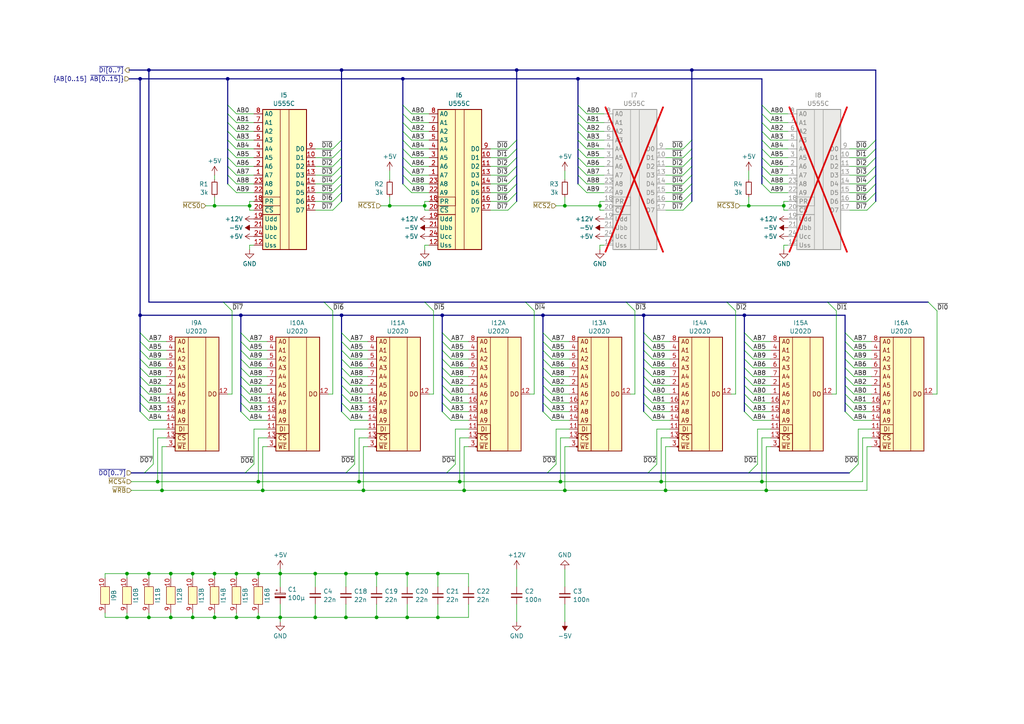
<source format=kicad_sch>
(kicad_sch (version 20250114) (generator "eeschema") (generator_version "9.0")
  (paper "A4")
  (title_block (title "Speicher"))
  (junction (at 149.86 20.32))
  (junction (at 74.93 179.07))
  (junction (at 157.48 91.44))
  (junction (at 105.41 142.24))
  (junction (at 91.44 166.37))
  (junction (at 62.23 166.37))
  (junction (at 72.39 59.69))
  (junction (at 109.22 179.07))
  (junction (at 100.33 166.37))
  (junction (at 40.64 91.44))
  (junction (at 118.11 166.37))
  (junction (at 163.83 59.69))
  (junction (at 109.22 166.37))
  (junction (at 49.53 179.07))
  (junction (at 167.64 22.86))
  (junction (at 49.53 166.37))
  (junction (at 81.28 179.07))
  (junction (at 104.14 139.7))
  (junction (at 127 166.37))
  (junction (at 215.9 91.44))
  (junction (at 55.88 179.07))
  (junction (at 99.06 91.44))
  (junction (at 173.99 59.69))
  (junction (at 43.18 179.07))
  (junction (at 127 179.07))
  (junction (at 91.44 179.07))
  (junction (at 69.85 91.44))
  (junction (at 43.18 20.32))
  (junction (at 220.98 139.7))
  (junction (at 222.25 142.24))
  (junction (at 100.33 179.07))
  (junction (at 36.83 179.07))
  (junction (at 227.33 59.69))
  (junction (at 62.23 179.07))
  (junction (at 68.58 166.37))
  (junction (at 81.28 166.37))
  (junction (at 76.2 142.24))
  (junction (at 128.27 91.44))
  (junction (at 46.99 142.24))
  (junction (at 134.62 142.24))
  (junction (at 133.35 139.7))
  (junction (at 200.66 20.32))
  (junction (at 36.83 166.37))
  (junction (at 116.84 22.86))
  (junction (at 68.58 179.07))
  (junction (at 191.77 139.7))
  (junction (at 217.17 59.69))
  (junction (at 186.69 91.44))
  (junction (at 193.04 142.24))
  (junction (at 62.23 59.69))
  (junction (at 45.72 139.7))
  (junction (at 123.19 59.69))
  (junction (at 40.64 22.86))
  (junction (at 163.83 142.24))
  (junction (at 66.04 22.86))
  (junction (at 162.56 139.7))
  (junction (at 74.93 139.7))
  (junction (at 113.03 59.69))
  (junction (at 99.06 20.32))
  (junction (at 55.88 166.37))
  (junction (at 43.18 166.37))
  (junction (at 118.11 179.07))
  (junction (at 74.93 166.37))
  (bus_entry (at 66.04 35.56) (size 2.54 2.54))
  (bus_entry (at 116.84 30.48) (size 2.54 2.54))
  (bus_entry (at 99.06 101.6) (size 2.54 2.54))
  (bus_entry (at 128.27 111.76) (size 2.54 2.54))
  (bus_entry (at 245.11 106.68) (size 2.54 2.54))
  (bus_entry (at 198.12 60.96) (size 2.54 -2.54))
  (bus_entry (at 167.64 53.34) (size 2.54 2.54))
  (bus_entry (at 220.98 50.8) (size 2.54 2.54))
  (bus_entry (at 96.52 48.26) (size 2.54 -2.54))
  (bus_entry (at 220.98 40.64) (size 2.54 2.54))
  (bus_entry (at 69.85 111.76) (size 2.54 2.54))
  (bus_entry (at 64.77 87.63) (size 2.54 2.54))
  (bus_entry (at 210.82 87.63) (size 2.54 2.54))
  (bus_entry (at 93.98 87.63) (size 2.54 2.54))
  (bus_entry (at 69.85 106.68) (size 2.54 2.54))
  (bus_entry (at 251.46 48.26) (size 2.54 -2.54))
  (bus_entry (at 116.84 35.56) (size 2.54 2.54))
  (bus_entry (at 99.06 119.38) (size 2.54 2.54))
  (bus_entry (at 69.85 116.84) (size 2.54 2.54))
  (bus_entry (at 198.12 53.34) (size 2.54 -2.54))
  (bus_entry (at 269.24 87.63) (size 2.54 2.54))
  (bus_entry (at 167.64 45.72) (size 2.54 2.54))
  (bus_entry (at 240.03 87.63) (size 2.54 2.54))
  (bus_entry (at 167.64 33.02) (size 2.54 2.54))
  (bus_entry (at 167.64 40.64) (size 2.54 2.54))
  (bus_entry (at 100.33 137.16) (size 2.54 -2.54))
  (bus_entry (at 40.64 96.52) (size 2.54 2.54))
  (bus_entry (at 198.12 58.42) (size 2.54 -2.54))
  (bus_entry (at 186.69 99.06) (size 2.54 2.54))
  (bus_entry (at 96.52 45.72) (size 2.54 -2.54))
  (bus_entry (at 215.9 109.22) (size 2.54 2.54))
  (bus_entry (at 152.4 87.63) (size 2.54 2.54))
  (bus_entry (at 99.06 116.84) (size 2.54 2.54))
  (bus_entry (at 245.11 109.22) (size 2.54 2.54))
  (bus_entry (at 157.48 96.52) (size 2.54 2.54))
  (bus_entry (at 215.9 96.52) (size 2.54 2.54))
  (bus_entry (at 147.32 58.42) (size 2.54 -2.54))
  (bus_entry (at 99.06 114.3) (size 2.54 2.54))
  (bus_entry (at 66.04 30.48) (size 2.54 2.54))
  (bus_entry (at 186.69 114.3) (size 2.54 2.54))
  (bus_entry (at 220.98 35.56) (size 2.54 2.54))
  (bus_entry (at 128.27 119.38) (size 2.54 2.54))
  (bus_entry (at 129.54 137.16) (size 2.54 -2.54))
  (bus_entry (at 198.12 48.26) (size 2.54 -2.54))
  (bus_entry (at 157.48 106.68) (size 2.54 2.54))
  (bus_entry (at 198.12 43.18) (size 2.54 -2.54))
  (bus_entry (at 128.27 104.14) (size 2.54 2.54))
  (bus_entry (at 66.04 50.8) (size 2.54 2.54))
  (bus_entry (at 215.9 99.06) (size 2.54 2.54))
  (bus_entry (at 147.32 48.26) (size 2.54 -2.54))
  (bus_entry (at 186.69 109.22) (size 2.54 2.54))
  (bus_entry (at 186.69 106.68) (size 2.54 2.54))
  (bus_entry (at 96.52 55.88) (size 2.54 -2.54))
  (bus_entry (at 147.32 55.88) (size 2.54 -2.54))
  (bus_entry (at 215.9 101.6) (size 2.54 2.54))
  (bus_entry (at 96.52 58.42) (size 2.54 -2.54))
  (bus_entry (at 167.64 48.26) (size 2.54 2.54))
  (bus_entry (at 96.52 53.34) (size 2.54 -2.54))
  (bus_entry (at 157.48 109.22) (size 2.54 2.54))
  (bus_entry (at 167.64 38.1) (size 2.54 2.54))
  (bus_entry (at 147.32 53.34) (size 2.54 -2.54))
  (bus_entry (at 215.9 104.14) (size 2.54 2.54))
  (bus_entry (at 251.46 55.88) (size 2.54 -2.54))
  (bus_entry (at 99.06 96.52) (size 2.54 2.54))
  (bus_entry (at 157.48 114.3) (size 2.54 2.54))
  (bus_entry (at 220.98 45.72) (size 2.54 2.54))
  (bus_entry (at 69.85 99.06) (size 2.54 2.54))
  (bus_entry (at 69.85 104.14) (size 2.54 2.54))
  (bus_entry (at 181.61 87.63) (size 2.54 2.54))
  (bus_entry (at 96.52 60.96) (size 2.54 -2.54))
  (bus_entry (at 215.9 111.76) (size 2.54 2.54))
  (bus_entry (at 251.46 53.34) (size 2.54 -2.54))
  (bus_entry (at 147.32 50.8) (size 2.54 -2.54))
  (bus_entry (at 251.46 58.42) (size 2.54 -2.54))
  (bus_entry (at 220.98 43.18) (size 2.54 2.54))
  (bus_entry (at 99.06 106.68) (size 2.54 2.54))
  (bus_entry (at 198.12 50.8) (size 2.54 -2.54))
  (bus_entry (at 251.46 45.72) (size 2.54 -2.54))
  (bus_entry (at 40.64 99.06) (size 2.54 2.54))
  (bus_entry (at 157.48 116.84) (size 2.54 2.54))
  (bus_entry (at 66.04 33.02) (size 2.54 2.54))
  (bus_entry (at 40.64 116.84) (size 2.54 2.54))
  (bus_entry (at 116.84 45.72) (size 2.54 2.54))
  (bus_entry (at 215.9 114.3) (size 2.54 2.54))
  (bus_entry (at 157.48 111.76) (size 2.54 2.54))
  (bus_entry (at 198.12 45.72) (size 2.54 -2.54))
  (bus_entry (at 220.98 53.34) (size 2.54 2.54))
  (bus_entry (at 157.48 104.14) (size 2.54 2.54))
  (bus_entry (at 128.27 99.06) (size 2.54 2.54))
  (bus_entry (at 251.46 50.8) (size 2.54 -2.54))
  (bus_entry (at 40.64 101.6) (size 2.54 2.54))
  (bus_entry (at 220.98 38.1) (size 2.54 2.54))
  (bus_entry (at 157.48 99.06) (size 2.54 2.54))
  (bus_entry (at 245.11 104.14) (size 2.54 2.54))
  (bus_entry (at 245.11 114.3) (size 2.54 2.54))
  (bus_entry (at 245.11 111.76) (size 2.54 2.54))
  (bus_entry (at 69.85 96.52) (size 2.54 2.54))
  (bus_entry (at 116.84 43.18) (size 2.54 2.54))
  (bus_entry (at 128.27 109.22) (size 2.54 2.54))
  (bus_entry (at 128.27 114.3) (size 2.54 2.54))
  (bus_entry (at 116.84 33.02) (size 2.54 2.54))
  (bus_entry (at 245.11 119.38) (size 2.54 2.54))
  (bus_entry (at 215.9 119.38) (size 2.54 2.54))
  (bus_entry (at 147.32 60.96) (size 2.54 -2.54))
  (bus_entry (at 157.48 101.6) (size 2.54 2.54))
  (bus_entry (at 167.64 50.8) (size 2.54 2.54))
  (bus_entry (at 40.64 111.76) (size 2.54 2.54))
  (bus_entry (at 187.96 137.16) (size 2.54 -2.54))
  (bus_entry (at 215.9 116.84) (size 2.54 2.54))
  (bus_entry (at 40.64 106.68) (size 2.54 2.54))
  (bus_entry (at 217.17 137.16) (size 2.54 -2.54))
  (bus_entry (at 66.04 38.1) (size 2.54 2.54))
  (bus_entry (at 66.04 45.72) (size 2.54 2.54))
  (bus_entry (at 123.19 87.63) (size 2.54 2.54))
  (bus_entry (at 186.69 104.14) (size 2.54 2.54))
  (bus_entry (at 147.32 43.18) (size 2.54 -2.54))
  (bus_entry (at 40.64 119.38) (size 2.54 2.54))
  (bus_entry (at 69.85 101.6) (size 2.54 2.54))
  (bus_entry (at 167.64 30.48) (size 2.54 2.54))
  (bus_entry (at 251.46 43.18) (size 2.54 -2.54))
  (bus_entry (at 40.64 109.22) (size 2.54 2.54))
  (bus_entry (at 99.06 104.14) (size 2.54 2.54))
  (bus_entry (at 251.46 60.96) (size 2.54 -2.54))
  (bus_entry (at 128.27 96.52) (size 2.54 2.54))
  (bus_entry (at 116.84 53.34) (size 2.54 2.54))
  (bus_entry (at 246.38 137.16) (size 2.54 -2.54))
  (bus_entry (at 245.11 101.6) (size 2.54 2.54))
  (bus_entry (at 245.11 116.84) (size 2.54 2.54))
  (bus_entry (at 157.48 119.38) (size 2.54 2.54))
  (bus_entry (at 116.84 50.8) (size 2.54 2.54))
  (bus_entry (at 96.52 50.8) (size 2.54 -2.54))
  (bus_entry (at 186.69 116.84) (size 2.54 2.54))
  (bus_entry (at 167.64 35.56) (size 2.54 2.54))
  (bus_entry (at 186.69 96.52) (size 2.54 2.54))
  (bus_entry (at 186.69 101.6) (size 2.54 2.54))
  (bus_entry (at 220.98 30.48) (size 2.54 2.54))
  (bus_entry (at 69.85 119.38) (size 2.54 2.54))
  (bus_entry (at 116.84 38.1) (size 2.54 2.54))
  (bus_entry (at 220.98 48.26) (size 2.54 2.54))
  (bus_entry (at 69.85 109.22) (size 2.54 2.54))
  (bus_entry (at 69.85 114.3) (size 2.54 2.54))
  (bus_entry (at 99.06 111.76) (size 2.54 2.54))
  (bus_entry (at 186.69 119.38) (size 2.54 2.54))
  (bus_entry (at 40.64 104.14) (size 2.54 2.54))
  (bus_entry (at 198.12 55.88) (size 2.54 -2.54))
  (bus_entry (at 220.98 33.02) (size 2.54 2.54))
  (bus_entry (at 128.27 106.68) (size 2.54 2.54))
  (bus_entry (at 245.11 99.06) (size 2.54 2.54))
  (bus_entry (at 66.04 43.18) (size 2.54 2.54))
  (bus_entry (at 167.64 43.18) (size 2.54 2.54))
  (bus_entry (at 116.84 48.26) (size 2.54 2.54))
  (bus_entry (at 128.27 101.6) (size 2.54 2.54))
  (bus_entry (at 66.04 48.26) (size 2.54 2.54))
  (bus_entry (at 41.91 137.16) (size 2.54 -2.54))
  (bus_entry (at 158.75 137.16) (size 2.54 -2.54))
  (bus_entry (at 116.84 40.64) (size 2.54 2.54))
  (bus_entry (at 96.52 43.18) (size 2.54 -2.54))
  (bus_entry (at 186.69 111.76) (size 2.54 2.54))
  (bus_entry (at 99.06 99.06) (size 2.54 2.54))
  (bus_entry (at 147.32 45.72) (size 2.54 -2.54))
  (bus_entry (at 99.06 109.22) (size 2.54 2.54))
  (bus_entry (at 128.27 116.84) (size 2.54 2.54))
  (bus_entry (at 66.04 40.64) (size 2.54 2.54))
  (bus_entry (at 215.9 106.68) (size 2.54 2.54))
  (bus_entry (at 71.12 137.16) (size 2.54 -2.54))
  (bus_entry (at 245.11 96.52) (size 2.54 2.54))
  (bus_entry (at 66.04 53.34) (size 2.54 2.54))
  (bus_entry (at 40.64 114.3) (size 2.54 2.54))
  (bus (pts (xy 215.9 111.76) (xy 215.9 109.22)))
  (bus (pts (xy 186.69 106.68) (xy 186.69 104.14)))
  (bus (pts (xy 215.9 99.06) (xy 215.9 96.52)))
  (wire (pts (xy 46.99 129.54) (xy 46.99 142.24)))
  (wire (pts (xy 124.46 60.96) (xy 123.19 60.96)))
  (wire (pts (xy 246.38 53.34) (xy 251.46 53.34)))
  (bus (pts (xy 240.03 87.63) (xy 269.24 87.63)))
  (wire (pts (xy 43.18 101.6) (xy 48.26 101.6)))
  (bus (pts (xy 116.84 50.8) (xy 116.84 53.34)))
  (wire (pts (xy 101.6 99.06) (xy 106.68 99.06)))
  (bus (pts (xy 167.64 48.26) (xy 167.64 50.8)))
  (bus (pts (xy 128.27 116.84) (xy 128.27 114.3)))
  (wire (pts (xy 247.65 99.06) (xy 252.73 99.06)))
  (wire (pts (xy 43.18 106.68) (xy 48.26 106.68)))
  (bus (pts (xy 157.48 96.52) (xy 157.48 91.44)))
  (wire (pts (xy 163.83 129.54) (xy 165.1 129.54)))
  (bus (pts (xy 99.06 101.6) (xy 99.06 99.06)))
  (bus (pts (xy 40.64 99.06) (xy 40.64 101.6)))
  (wire (pts (xy 101.6 109.22) (xy 106.68 109.22)))
  (wire (pts (xy 68.58 45.72) (xy 73.66 45.72)))
  (bus (pts (xy 245.11 96.52) (xy 245.11 91.44)))
  (wire (pts (xy 74.93 139.7) (xy 104.14 139.7)))
  (wire (pts (xy 160.02 121.92) (xy 165.1 121.92)))
  (bus (pts (xy 128.27 106.68) (xy 128.27 104.14)))
  (wire (pts (xy 113.03 57.15) (xy 113.03 59.69)))
  (wire (pts (xy 43.18 166.37) (xy 49.53 166.37)))
  (wire (pts (xy 55.88 177.8) (xy 55.88 179.07)))
  (bus (pts (xy 254 50.8) (xy 254 53.34)))
  (wire (pts (xy 91.44 48.26) (xy 96.52 48.26)))
  (wire (pts (xy 160.02 101.6) (xy 165.1 101.6)))
  (wire (pts (xy 68.58 43.18) (xy 73.66 43.18)))
  (wire (pts (xy 163.83 49.53) (xy 163.83 52.07)))
  (wire (pts (xy 119.38 48.26) (xy 124.46 48.26)))
  (bus (pts (xy 215.9 106.68) (xy 215.9 104.14)))
  (wire (pts (xy 105.41 129.54) (xy 106.68 129.54)))
  (wire (pts (xy 68.58 179.07) (xy 74.93 179.07)))
  (wire (pts (xy 184.15 114.3) (xy 182.88 114.3)))
  (wire (pts (xy 74.93 139.7) (xy 74.93 127)))
  (bus (pts (xy 128.27 114.3) (xy 128.27 111.76)))
  (wire (pts (xy 100.33 166.37) (xy 100.33 170.18)))
  (bus (pts (xy 157.48 114.3) (xy 157.48 111.76)))
  (bus (pts (xy 40.64 106.68) (xy 40.64 109.22)))
  (bus (pts (xy 128.27 119.38) (xy 128.27 116.84)))
  (bus (pts (xy 186.69 111.76) (xy 186.69 109.22)))
  (wire (pts (xy 43.18 111.76) (xy 48.26 111.76)))
  (wire (pts (xy 218.44 99.06) (xy 223.52 99.06)))
  (bus (pts (xy 215.9 104.14) (xy 215.9 101.6)))
  (wire (pts (xy 191.77 139.7) (xy 220.98 139.7)))
  (wire (pts (xy 170.18 55.88) (xy 175.26 55.88)))
  (wire (pts (xy 173.99 71.12) (xy 175.26 71.12)))
  (wire (pts (xy 189.23 116.84) (xy 194.31 116.84)))
  (wire (pts (xy 55.88 166.37) (xy 55.88 167.64)))
  (wire (pts (xy 242.57 90.17) (xy 242.57 114.3)))
  (wire (pts (xy 133.35 139.7) (xy 133.35 127)))
  (bus (pts (xy 200.66 43.18) (xy 200.66 45.72)))
  (bus (pts (xy 215.9 101.6) (xy 215.9 99.06)))
  (bus (pts (xy 99.06 119.38) (xy 99.06 116.84)))
  (bus (pts (xy 167.64 30.48) (xy 167.64 33.02)))
  (wire (pts (xy 160.02 116.84) (xy 165.1 116.84)))
  (wire (pts (xy 218.44 121.92) (xy 223.52 121.92)))
  (wire (pts (xy 193.04 50.8) (xy 198.12 50.8)))
  (wire (pts (xy 104.14 139.7) (xy 104.14 127)))
  (wire (pts (xy 142.24 43.18) (xy 147.32 43.18)))
  (wire (pts (xy 250.19 139.7) (xy 250.19 127)))
  (bus (pts (xy 149.86 55.88) (xy 149.86 58.42)))
  (wire (pts (xy 109.22 179.07) (xy 118.11 179.07)))
  (wire (pts (xy 127 166.37) (xy 118.11 166.37)))
  (wire (pts (xy 43.18 99.06) (xy 48.26 99.06)))
  (bus (pts (xy 69.85 104.14) (xy 69.85 101.6)))
  (bus (pts (xy 167.64 45.72) (xy 167.64 48.26)))
  (wire (pts (xy 134.62 129.54) (xy 134.62 142.24)))
  (wire (pts (xy 101.6 114.3) (xy 106.68 114.3)))
  (wire (pts (xy 162.56 139.7) (xy 162.56 127)))
  (wire (pts (xy 160.02 99.06) (xy 165.1 99.06)))
  (wire (pts (xy 106.68 124.46) (xy 102.87 124.46)))
  (wire (pts (xy 222.25 129.54) (xy 222.25 142.24)))
  (wire (pts (xy 220.98 127) (xy 223.52 127)))
  (bus (pts (xy 254 43.18) (xy 254 45.72)))
  (wire (pts (xy 160.02 111.76) (xy 165.1 111.76)))
  (wire (pts (xy 68.58 33.02) (xy 73.66 33.02)))
  (wire (pts (xy 162.56 139.7) (xy 191.77 139.7)))
  (wire (pts (xy 227.33 71.12) (xy 228.6 71.12)))
  (wire (pts (xy 62.23 177.8) (xy 62.23 179.07)))
  (bus (pts (xy 167.64 35.56) (xy 167.64 38.1)))
  (bus (pts (xy 69.85 106.68) (xy 69.85 104.14)))
  (wire (pts (xy 100.33 166.37) (xy 91.44 166.37)))
  (wire (pts (xy 170.18 40.64) (xy 175.26 40.64)))
  (bus (pts (xy 149.86 20.32) (xy 200.66 20.32)))
  (wire (pts (xy 149.86 175.26) (xy 149.86 180.34)))
  (wire (pts (xy 222.25 129.54) (xy 223.52 129.54)))
  (wire (pts (xy 227.33 60.96) (xy 227.33 59.69)))
  (bus (pts (xy 220.98 45.72) (xy 220.98 48.26)))
  (wire (pts (xy 246.38 60.96) (xy 251.46 60.96)))
  (wire (pts (xy 189.23 106.68) (xy 194.31 106.68)))
  (bus (pts (xy 220.98 38.1) (xy 220.98 40.64)))
  (wire (pts (xy 163.83 129.54) (xy 163.83 142.24)))
  (wire (pts (xy 62.23 59.69) (xy 72.39 59.69)))
  (wire (pts (xy 247.65 101.6) (xy 252.73 101.6)))
  (bus (pts (xy 157.48 106.68) (xy 157.48 104.14)))
  (wire (pts (xy 163.83 175.26) (xy 163.83 180.34)))
  (bus (pts (xy 187.96 137.16) (xy 217.17 137.16)))
  (bus (pts (xy 69.85 101.6) (xy 69.85 99.06)))
  (wire (pts (xy 76.2 129.54) (xy 76.2 142.24)))
  (bus (pts (xy 69.85 119.38) (xy 69.85 116.84)))
  (wire (pts (xy 91.44 175.26) (xy 91.44 179.07)))
  (wire (pts (xy 246.38 48.26) (xy 251.46 48.26)))
  (wire (pts (xy 91.44 53.34) (xy 96.52 53.34)))
  (wire (pts (xy 91.44 179.07) (xy 100.33 179.07)))
  (wire (pts (xy 247.65 104.14) (xy 252.73 104.14)))
  (wire (pts (xy 251.46 129.54) (xy 252.73 129.54)))
  (bus (pts (xy 40.64 96.52) (xy 40.64 99.06)))
  (wire (pts (xy 223.52 55.88) (xy 228.6 55.88)))
  (bus (pts (xy 200.66 53.34) (xy 200.66 55.88)))
  (wire (pts (xy 130.81 119.38) (xy 135.89 119.38)))
  (wire (pts (xy 45.72 127) (xy 45.72 139.7)))
  (wire (pts (xy 227.33 59.69) (xy 227.33 58.42)))
  (wire (pts (xy 119.38 38.1) (xy 124.46 38.1)))
  (wire (pts (xy 218.44 106.68) (xy 223.52 106.68)))
  (wire (pts (xy 46.99 142.24) (xy 76.2 142.24)))
  (wire (pts (xy 132.08 124.46) (xy 132.08 134.62)))
  (wire (pts (xy 173.99 59.69) (xy 163.83 59.69)))
  (wire (pts (xy 271.78 90.17) (xy 271.78 114.3)))
  (bus (pts (xy 99.06 20.32) (xy 149.86 20.32)))
  (wire (pts (xy 250.19 127) (xy 252.73 127)))
  (bus (pts (xy 93.98 87.63) (xy 123.19 87.63)))
  (bus (pts (xy 220.98 40.64) (xy 220.98 43.18)))
  (wire (pts (xy 194.31 124.46) (xy 190.5 124.46)))
  (wire (pts (xy 77.47 124.46) (xy 73.66 124.46)))
  (wire (pts (xy 113.03 49.53) (xy 113.03 52.07)))
  (wire (pts (xy 173.99 59.69) (xy 173.99 58.42)))
  (wire (pts (xy 74.93 179.07) (xy 81.28 179.07)))
  (bus (pts (xy 128.27 96.52) (xy 128.27 91.44)))
  (bus (pts (xy 128.27 104.14) (xy 128.27 101.6)))
  (wire (pts (xy 220.98 139.7) (xy 220.98 127)))
  (wire (pts (xy 130.81 99.06) (xy 135.89 99.06)))
  (bus (pts (xy 245.11 119.38) (xy 245.11 116.84)))
  (bus (pts (xy 167.64 22.86) (xy 167.64 30.48)))
  (wire (pts (xy 218.44 104.14) (xy 223.52 104.14)))
  (bus (pts (xy 116.84 33.02) (xy 116.84 35.56)))
  (wire (pts (xy 49.53 179.07) (xy 55.88 179.07)))
  (bus (pts (xy 215.9 116.84) (xy 215.9 114.3)))
  (bus (pts (xy 66.04 40.64) (xy 66.04 43.18)))
  (wire (pts (xy 36.83 177.8) (xy 36.83 179.07)))
  (bus (pts (xy 99.06 53.34) (xy 99.06 55.88)))
  (wire (pts (xy 74.93 166.37) (xy 74.93 167.64)))
  (bus (pts (xy 40.64 91.44) (xy 40.64 96.52)))
  (wire (pts (xy 38.1 142.24) (xy 46.99 142.24)))
  (wire (pts (xy 101.6 106.68) (xy 106.68 106.68)))
  (wire (pts (xy 193.04 53.34) (xy 198.12 53.34)))
  (wire (pts (xy 68.58 35.56) (xy 73.66 35.56)))
  (bus (pts (xy 200.66 55.88) (xy 200.66 58.42)))
  (wire (pts (xy 72.39 119.38) (xy 77.47 119.38)))
  (bus (pts (xy 167.64 50.8) (xy 167.64 53.34)))
  (wire (pts (xy 191.77 139.7) (xy 191.77 127)))
  (wire (pts (xy 160.02 104.14) (xy 165.1 104.14)))
  (wire (pts (xy 246.38 45.72) (xy 251.46 45.72)))
  (wire (pts (xy 133.35 139.7) (xy 162.56 139.7)))
  (bus (pts (xy 245.11 114.3) (xy 245.11 111.76)))
  (wire (pts (xy 160.02 109.22) (xy 165.1 109.22)))
  (bus (pts (xy 69.85 99.06) (xy 69.85 96.52)))
  (wire (pts (xy 142.24 55.88) (xy 147.32 55.88)))
  (wire (pts (xy 189.23 121.92) (xy 194.31 121.92)))
  (bus (pts (xy 200.66 45.72) (xy 200.66 48.26)))
  (wire (pts (xy 251.46 142.24) (xy 251.46 129.54)))
  (wire (pts (xy 110.49 59.69) (xy 113.03 59.69)))
  (bus (pts (xy 149.86 40.64) (xy 149.86 43.18)))
  (wire (pts (xy 193.04 43.18) (xy 198.12 43.18)))
  (wire (pts (xy 119.38 55.88) (xy 124.46 55.88)))
  (bus (pts (xy 99.06 55.88) (xy 99.06 58.42)))
  (wire (pts (xy 223.52 124.46) (xy 219.71 124.46)))
  (wire (pts (xy 190.5 124.46) (xy 190.5 134.62)))
  (wire (pts (xy 163.83 142.24) (xy 193.04 142.24)))
  (wire (pts (xy 72.39 72.39) (xy 72.39 71.12)))
  (wire (pts (xy 49.53 166.37) (xy 55.88 166.37)))
  (wire (pts (xy 213.36 90.17) (xy 213.36 114.3)))
  (bus (pts (xy 217.17 137.16) (xy 246.38 137.16)))
  (wire (pts (xy 173.99 72.39) (xy 173.99 71.12)))
  (wire (pts (xy 247.65 116.84) (xy 252.73 116.84)))
  (bus (pts (xy 186.69 101.6) (xy 186.69 99.06)))
  (bus (pts (xy 116.84 48.26) (xy 116.84 50.8)))
  (wire (pts (xy 72.39 116.84) (xy 77.47 116.84)))
  (bus (pts (xy 40.64 109.22) (xy 40.64 111.76)))
  (bus (pts (xy 99.06 106.68) (xy 99.06 104.14)))
  (bus (pts (xy 254 40.64) (xy 254 43.18)))
  (wire (pts (xy 170.18 50.8) (xy 175.26 50.8)))
  (bus (pts (xy 157.48 91.44) (xy 186.69 91.44)))
  (wire (pts (xy 149.86 165.1) (xy 149.86 170.18)))
  (wire (pts (xy 91.44 166.37) (xy 81.28 166.37)))
  (wire (pts (xy 72.39 99.06) (xy 77.47 99.06)))
  (wire (pts (xy 213.36 114.3) (xy 212.09 114.3)))
  (bus (pts (xy 245.11 109.22) (xy 245.11 106.68)))
  (bus (pts (xy 149.86 48.26) (xy 149.86 50.8)))
  (wire (pts (xy 91.44 45.72) (xy 96.52 45.72)))
  (wire (pts (xy 123.19 58.42) (xy 124.46 58.42)))
  (wire (pts (xy 67.31 114.3) (xy 66.04 114.3)))
  (wire (pts (xy 130.81 106.68) (xy 135.89 106.68)))
  (wire (pts (xy 81.28 166.37) (xy 81.28 170.18)))
  (wire (pts (xy 142.24 60.96) (xy 147.32 60.96)))
  (wire (pts (xy 247.65 106.68) (xy 252.73 106.68)))
  (wire (pts (xy 227.33 72.39) (xy 227.33 71.12)))
  (wire (pts (xy 91.44 43.18) (xy 96.52 43.18)))
  (wire (pts (xy 160.02 114.3) (xy 165.1 114.3)))
  (bus (pts (xy 149.86 43.18) (xy 149.86 45.72)))
  (wire (pts (xy 68.58 38.1) (xy 73.66 38.1)))
  (bus (pts (xy 129.54 137.16) (xy 158.75 137.16)))
  (wire (pts (xy 55.88 179.07) (xy 62.23 179.07)))
  (bus (pts (xy 215.9 109.22) (xy 215.9 106.68)))
  (wire (pts (xy 135.89 170.18) (xy 135.89 166.37)))
  (wire (pts (xy 135.89 179.07) (xy 135.89 175.26)))
  (wire (pts (xy 193.04 142.24) (xy 222.25 142.24)))
  (wire (pts (xy 246.38 43.18) (xy 251.46 43.18)))
  (wire (pts (xy 43.18 119.38) (xy 48.26 119.38)))
  (wire (pts (xy 219.71 124.46) (xy 219.71 134.62)))
  (bus (pts (xy 186.69 96.52) (xy 186.69 91.44)))
  (wire (pts (xy 104.14 127) (xy 106.68 127)))
  (bus (pts (xy 116.84 40.64) (xy 116.84 43.18)))
  (bus (pts (xy 116.84 35.56) (xy 116.84 38.1)))
  (wire (pts (xy 30.48 177.8) (xy 30.48 179.07)))
  (bus (pts (xy 186.69 104.14) (xy 186.69 101.6)))
  (wire (pts (xy 189.23 101.6) (xy 194.31 101.6)))
  (wire (pts (xy 223.52 50.8) (xy 228.6 50.8)))
  (bus (pts (xy 116.84 45.72) (xy 116.84 48.26)))
  (wire (pts (xy 160.02 106.68) (xy 165.1 106.68)))
  (bus (pts (xy 99.06 104.14) (xy 99.06 101.6)))
  (wire (pts (xy 247.65 121.92) (xy 252.73 121.92)))
  (wire (pts (xy 222.25 142.24) (xy 251.46 142.24)))
  (bus (pts (xy 186.69 116.84) (xy 186.69 114.3)))
  (bus (pts (xy 254 48.26) (xy 254 50.8)))
  (bus (pts (xy 128.27 111.76) (xy 128.27 109.22)))
  (wire (pts (xy 91.44 58.42) (xy 96.52 58.42)))
  (wire (pts (xy 72.39 111.76) (xy 77.47 111.76)))
  (wire (pts (xy 43.18 179.07) (xy 49.53 179.07)))
  (wire (pts (xy 101.6 119.38) (xy 106.68 119.38)))
  (wire (pts (xy 102.87 124.46) (xy 102.87 134.62)))
  (wire (pts (xy 170.18 35.56) (xy 175.26 35.56)))
  (wire (pts (xy 142.24 45.72) (xy 147.32 45.72)))
  (wire (pts (xy 72.39 59.69) (xy 72.39 58.42)))
  (wire (pts (xy 130.81 104.14) (xy 135.89 104.14)))
  (wire (pts (xy 227.33 59.69) (xy 217.17 59.69)))
  (bus (pts (xy 215.9 96.52) (xy 215.9 91.44)))
  (wire (pts (xy 72.39 60.96) (xy 72.39 59.69)))
  (wire (pts (xy 68.58 55.88) (xy 73.66 55.88)))
  (wire (pts (xy 113.03 59.69) (xy 123.19 59.69)))
  (bus (pts (xy 158.75 137.16) (xy 187.96 137.16)))
  (wire (pts (xy 193.04 129.54) (xy 193.04 142.24)))
  (bus (pts (xy 215.9 114.3) (xy 215.9 111.76)))
  (wire (pts (xy 101.6 121.92) (xy 106.68 121.92)))
  (bus (pts (xy 69.85 96.52) (xy 69.85 91.44)))
  (wire (pts (xy 74.93 177.8) (xy 74.93 179.07)))
  (wire (pts (xy 223.52 45.72) (xy 228.6 45.72)))
  (wire (pts (xy 72.39 58.42) (xy 73.66 58.42)))
  (wire (pts (xy 217.17 57.15) (xy 217.17 59.69)))
  (bus (pts (xy 40.64 22.86) (xy 66.04 22.86)))
  (bus (pts (xy 37.465 22.86) (xy 40.64 22.86)))
  (wire (pts (xy 189.23 104.14) (xy 194.31 104.14)))
  (bus (pts (xy 210.82 87.63) (xy 240.03 87.63)))
  (wire (pts (xy 68.58 53.34) (xy 73.66 53.34)))
  (wire (pts (xy 118.11 175.26) (xy 118.11 179.07)))
  (bus (pts (xy 99.06 96.52) (xy 99.06 91.44)))
  (wire (pts (xy 161.29 124.46) (xy 161.29 134.62)))
  (wire (pts (xy 59.69 59.69) (xy 62.23 59.69)))
  (wire (pts (xy 218.44 111.76) (xy 223.52 111.76)))
  (wire (pts (xy 72.39 114.3) (xy 77.47 114.3)))
  (wire (pts (xy 191.77 127) (xy 194.31 127)))
  (bus (pts (xy 69.85 111.76) (xy 69.85 109.22)))
  (wire (pts (xy 127 166.37) (xy 127 170.18)))
  (wire (pts (xy 119.38 35.56) (xy 124.46 35.56)))
  (bus (pts (xy 116.84 43.18) (xy 116.84 45.72)))
  (wire (pts (xy 165.1 124.46) (xy 161.29 124.46)))
  (wire (pts (xy 91.44 50.8) (xy 96.52 50.8)))
  (wire (pts (xy 123.19 72.39) (xy 123.19 71.12)))
  (wire (pts (xy 161.29 59.69) (xy 163.83 59.69)))
  (wire (pts (xy 223.52 43.18) (xy 228.6 43.18)))
  (wire (pts (xy 72.39 121.92) (xy 77.47 121.92)))
  (wire (pts (xy 223.52 48.26) (xy 228.6 48.26)))
  (bus (pts (xy 69.85 114.3) (xy 69.85 111.76)))
  (wire (pts (xy 130.81 116.84) (xy 135.89 116.84)))
  (wire (pts (xy 30.48 179.07) (xy 36.83 179.07)))
  (bus (pts (xy 200.66 40.64) (xy 200.66 43.18)))
  (bus (pts (xy 66.04 45.72) (xy 66.04 48.26)))
  (bus (pts (xy 123.19 87.63) (xy 152.4 87.63)))
  (bus (pts (xy 186.69 99.06) (xy 186.69 96.52)))
  (bus (pts (xy 157.48 99.06) (xy 157.48 96.52)))
  (wire (pts (xy 68.58 177.8) (xy 68.58 179.07)))
  (wire (pts (xy 101.6 101.6) (xy 106.68 101.6)))
  (bus (pts (xy 71.12 137.16) (xy 100.33 137.16)))
  (wire (pts (xy 119.38 53.34) (xy 124.46 53.34)))
  (bus (pts (xy 69.85 91.44) (xy 99.06 91.44)))
  (bus (pts (xy 99.06 114.3) (xy 99.06 111.76)))
  (wire (pts (xy 193.04 55.88) (xy 198.12 55.88)))
  (wire (pts (xy 214.63 59.69) (xy 217.17 59.69)))
  (bus (pts (xy 99.06 20.32) (xy 99.06 40.64)))
  (wire (pts (xy 189.23 114.3) (xy 194.31 114.3)))
  (bus (pts (xy 149.86 53.34) (xy 149.86 55.88)))
  (bus (pts (xy 116.84 22.86) (xy 116.84 30.48)))
  (wire (pts (xy 193.04 45.72) (xy 198.12 45.72)))
  (bus (pts (xy 43.18 87.63) (xy 64.77 87.63)))
  (wire (pts (xy 118.11 166.37) (xy 109.22 166.37)))
  (wire (pts (xy 44.45 124.46) (xy 44.45 134.62)))
  (bus (pts (xy 40.64 114.3) (xy 40.64 116.84)))
  (wire (pts (xy 247.65 114.3) (xy 252.73 114.3)))
  (bus (pts (xy 245.11 101.6) (xy 245.11 99.06)))
  (wire (pts (xy 223.52 53.34) (xy 228.6 53.34)))
  (wire (pts (xy 43.18 116.84) (xy 48.26 116.84)))
  (wire (pts (xy 193.04 129.54) (xy 194.31 129.54)))
  (wire (pts (xy 247.65 111.76) (xy 252.73 111.76)))
  (wire (pts (xy 81.28 175.26) (xy 81.28 179.07)))
  (wire (pts (xy 119.38 50.8) (xy 124.46 50.8)))
  (wire (pts (xy 62.23 179.07) (xy 68.58 179.07)))
  (wire (pts (xy 48.26 127) (xy 45.72 127)))
  (wire (pts (xy 62.23 50.8) (xy 62.23 52.07)))
  (wire (pts (xy 142.24 50.8) (xy 147.32 50.8)))
  (wire (pts (xy 163.83 57.15) (xy 163.83 59.69)))
  (bus (pts (xy 254 55.88) (xy 254 58.42)))
  (wire (pts (xy 43.18 121.92) (xy 48.26 121.92)))
  (bus (pts (xy 167.64 40.64) (xy 167.64 43.18)))
  (wire (pts (xy 91.44 166.37) (xy 91.44 170.18)))
  (bus (pts (xy 215.9 119.38) (xy 215.9 116.84)))
  (wire (pts (xy 43.18 104.14) (xy 48.26 104.14)))
  (bus (pts (xy 99.06 50.8) (xy 99.06 53.34)))
  (bus (pts (xy 186.69 91.44) (xy 215.9 91.44)))
  (bus (pts (xy 220.98 43.18) (xy 220.98 45.72)))
  (wire (pts (xy 68.58 50.8) (xy 73.66 50.8)))
  (wire (pts (xy 62.23 166.37) (xy 68.58 166.37)))
  (bus (pts (xy 99.06 91.44) (xy 128.27 91.44)))
  (wire (pts (xy 135.89 124.46) (xy 132.08 124.46)))
  (wire (pts (xy 223.52 33.02) (xy 228.6 33.02)))
  (wire (pts (xy 246.38 58.42) (xy 251.46 58.42)))
  (wire (pts (xy 142.24 48.26) (xy 147.32 48.26)))
  (wire (pts (xy 223.52 40.64) (xy 228.6 40.64)))
  (wire (pts (xy 170.18 53.34) (xy 175.26 53.34)))
  (wire (pts (xy 154.94 90.17) (xy 154.94 114.3)))
  (bus (pts (xy 245.11 104.14) (xy 245.11 101.6)))
  (wire (pts (xy 130.81 109.22) (xy 135.89 109.22)))
  (wire (pts (xy 189.23 111.76) (xy 194.31 111.76)))
  (bus (pts (xy 66.04 38.1) (xy 66.04 40.64)))
  (wire (pts (xy 45.72 139.7) (xy 74.93 139.7)))
  (wire (pts (xy 68.58 40.64) (xy 73.66 40.64)))
  (bus (pts (xy 167.64 38.1) (xy 167.64 40.64)))
  (bus (pts (xy 66.04 22.86) (xy 66.04 30.48)))
  (wire (pts (xy 104.14 139.7) (xy 133.35 139.7)))
  (wire (pts (xy 81.28 179.07) (xy 81.28 180.34)))
  (bus (pts (xy 38.1 137.16) (xy 41.91 137.16)))
  (bus (pts (xy 41.91 137.16) (xy 71.12 137.16)))
  (wire (pts (xy 119.38 43.18) (xy 124.46 43.18)))
  (wire (pts (xy 74.93 166.37) (xy 81.28 166.37)))
  (wire (pts (xy 36.83 166.37) (xy 36.83 167.64)))
  (wire (pts (xy 127 175.26) (xy 127 179.07)))
  (wire (pts (xy 73.66 124.46) (xy 73.66 134.62)))
  (wire (pts (xy 189.23 99.06) (xy 194.31 99.06)))
  (wire (pts (xy 68.58 166.37) (xy 74.93 166.37)))
  (bus (pts (xy 245.11 99.06) (xy 245.11 96.52)))
  (wire (pts (xy 189.23 119.38) (xy 194.31 119.38)))
  (wire (pts (xy 247.65 109.22) (xy 252.73 109.22)))
  (bus (pts (xy 40.64 116.84) (xy 40.64 119.38)))
  (wire (pts (xy 142.24 53.34) (xy 147.32 53.34)))
  (wire (pts (xy 175.26 60.96) (xy 173.99 60.96)))
  (wire (pts (xy 123.19 60.96) (xy 123.19 59.69)))
  (wire (pts (xy 101.6 116.84) (xy 106.68 116.84)))
  (bus (pts (xy 245.11 111.76) (xy 245.11 109.22)))
  (wire (pts (xy 96.52 90.17) (xy 96.52 114.3)))
  (wire (pts (xy 227.33 58.42) (xy 228.6 58.42)))
  (wire (pts (xy 160.02 119.38) (xy 165.1 119.38)))
  (bus (pts (xy 100.33 137.16) (xy 129.54 137.16)))
  (wire (pts (xy 81.28 179.07) (xy 91.44 179.07)))
  (wire (pts (xy 170.18 43.18) (xy 175.26 43.18)))
  (bus (pts (xy 220.98 50.8) (xy 220.98 53.34)))
  (bus (pts (xy 149.86 45.72) (xy 149.86 48.26)))
  (wire (pts (xy 49.53 177.8) (xy 49.53 179.07)))
  (wire (pts (xy 127 179.07) (xy 135.89 179.07)))
  (wire (pts (xy 142.24 58.42) (xy 147.32 58.42)))
  (wire (pts (xy 30.48 166.37) (xy 36.83 166.37)))
  (wire (pts (xy 109.22 166.37) (xy 100.33 166.37)))
  (bus (pts (xy 37.465 20.32) (xy 43.18 20.32)))
  (wire (pts (xy 218.44 101.6) (xy 223.52 101.6)))
  (wire (pts (xy 170.18 45.72) (xy 175.26 45.72)))
  (wire (pts (xy 119.38 33.02) (xy 124.46 33.02)))
  (bus (pts (xy 181.61 87.63) (xy 210.82 87.63)))
  (wire (pts (xy 43.18 109.22) (xy 48.26 109.22)))
  (wire (pts (xy 163.83 165.1) (xy 163.83 170.18)))
  (bus (pts (xy 186.69 114.3) (xy 186.69 111.76)))
  (bus (pts (xy 116.84 22.86) (xy 167.64 22.86)))
  (bus (pts (xy 157.48 111.76) (xy 157.48 109.22)))
  (wire (pts (xy 170.18 38.1) (xy 175.26 38.1)))
  (wire (pts (xy 36.83 166.37) (xy 43.18 166.37)))
  (wire (pts (xy 49.53 166.37) (xy 49.53 167.64)))
  (wire (pts (xy 109.22 175.26) (xy 109.22 179.07)))
  (bus (pts (xy 66.04 22.86) (xy 116.84 22.86)))
  (bus (pts (xy 43.18 20.32) (xy 99.06 20.32)))
  (wire (pts (xy 101.6 111.76) (xy 106.68 111.76)))
  (bus (pts (xy 200.66 20.32) (xy 200.66 40.64)))
  (wire (pts (xy 119.38 40.64) (xy 124.46 40.64)))
  (wire (pts (xy 135.89 166.37) (xy 127 166.37)))
  (wire (pts (xy 125.73 90.17) (xy 125.73 114.3)))
  (bus (pts (xy 167.64 22.86) (xy 220.98 22.86)))
  (bus (pts (xy 64.77 87.63) (xy 93.98 87.63)))
  (wire (pts (xy 118.11 179.07) (xy 127 179.07)))
  (bus (pts (xy 220.98 33.02) (xy 220.98 35.56)))
  (bus (pts (xy 40.64 91.44) (xy 69.85 91.44)))
  (wire (pts (xy 246.38 55.88) (xy 251.46 55.88)))
  (bus (pts (xy 245.11 106.68) (xy 245.11 104.14)))
  (wire (pts (xy 223.52 35.56) (xy 228.6 35.56)))
  (bus (pts (xy 66.04 48.26) (xy 66.04 50.8)))
  (wire (pts (xy 193.04 48.26) (xy 198.12 48.26)))
  (bus (pts (xy 116.84 30.48) (xy 116.84 33.02)))
  (wire (pts (xy 218.44 119.38) (xy 223.52 119.38)))
  (wire (pts (xy 43.18 166.37) (xy 43.18 167.64)))
  (wire (pts (xy 105.41 142.24) (xy 134.62 142.24)))
  (wire (pts (xy 130.81 111.76) (xy 135.89 111.76)))
  (wire (pts (xy 100.33 179.07) (xy 109.22 179.07)))
  (wire (pts (xy 123.19 59.69) (xy 123.19 58.42)))
  (wire (pts (xy 247.65 119.38) (xy 252.73 119.38)))
  (bus (pts (xy 167.64 43.18) (xy 167.64 45.72)))
  (wire (pts (xy 76.2 129.54) (xy 77.47 129.54)))
  (wire (pts (xy 91.44 55.88) (xy 96.52 55.88)))
  (bus (pts (xy 254 20.32) (xy 254 40.64)))
  (bus (pts (xy 220.98 30.48) (xy 220.98 33.02)))
  (bus (pts (xy 186.69 109.22) (xy 186.69 106.68)))
  (wire (pts (xy 72.39 71.12) (xy 73.66 71.12)))
  (wire (pts (xy 30.48 167.64) (xy 30.48 166.37)))
  (bus (pts (xy 157.48 119.38) (xy 157.48 116.84)))
  (bus (pts (xy 254 53.34) (xy 254 55.88)))
  (wire (pts (xy 130.81 114.3) (xy 135.89 114.3)))
  (wire (pts (xy 130.81 121.92) (xy 135.89 121.92)))
  (bus (pts (xy 128.27 101.6) (xy 128.27 99.06)))
  (bus (pts (xy 66.04 30.48) (xy 66.04 33.02)))
  (wire (pts (xy 62.23 166.37) (xy 62.23 167.64)))
  (bus (pts (xy 157.48 109.22) (xy 157.48 106.68)))
  (wire (pts (xy 242.57 114.3) (xy 241.3 114.3)))
  (bus (pts (xy 157.48 101.6) (xy 157.48 99.06)))
  (bus (pts (xy 220.98 22.86) (xy 220.98 30.48)))
  (wire (pts (xy 173.99 58.42) (xy 175.26 58.42)))
  (wire (pts (xy 134.62 129.54) (xy 135.89 129.54)))
  (wire (pts (xy 36.83 179.07) (xy 43.18 179.07)))
  (wire (pts (xy 184.15 90.17) (xy 184.15 114.3)))
  (wire (pts (xy 81.28 166.37) (xy 81.28 165.1)))
  (wire (pts (xy 125.73 114.3) (xy 124.46 114.3)))
  (wire (pts (xy 105.41 129.54) (xy 105.41 142.24)))
  (bus (pts (xy 69.85 116.84) (xy 69.85 114.3)))
  (bus (pts (xy 66.04 35.56) (xy 66.04 38.1)))
  (bus (pts (xy 99.06 43.18) (xy 99.06 45.72)))
  (bus (pts (xy 149.86 50.8) (xy 149.86 53.34)))
  (bus (pts (xy 43.18 20.32) (xy 43.18 87.63)))
  (wire (pts (xy 68.58 48.26) (xy 73.66 48.26)))
  (wire (pts (xy 134.62 142.24) (xy 163.83 142.24)))
  (wire (pts (xy 96.52 114.3) (xy 95.25 114.3)))
  (wire (pts (xy 119.38 45.72) (xy 124.46 45.72)))
  (wire (pts (xy 248.92 124.46) (xy 248.92 134.62)))
  (wire (pts (xy 193.04 58.42) (xy 198.12 58.42)))
  (wire (pts (xy 55.88 166.37) (xy 62.23 166.37)))
  (wire (pts (xy 170.18 33.02) (xy 175.26 33.02)))
  (bus (pts (xy 152.4 87.63) (xy 181.61 87.63)))
  (wire (pts (xy 73.66 60.96) (xy 72.39 60.96)))
  (bus (pts (xy 200.66 48.26) (xy 200.66 50.8)))
  (wire (pts (xy 271.78 114.3) (xy 270.51 114.3)))
  (bus (pts (xy 254 45.72) (xy 254 48.26)))
  (wire (pts (xy 72.39 106.68) (xy 77.47 106.68)))
  (bus (pts (xy 215.9 91.44) (xy 245.11 91.44)))
  (bus (pts (xy 157.48 116.84) (xy 157.48 114.3)))
  (wire (pts (xy 218.44 109.22) (xy 223.52 109.22)))
  (wire (pts (xy 130.81 101.6) (xy 135.89 101.6)))
  (bus (pts (xy 99.06 116.84) (xy 99.06 114.3)))
  (bus (pts (xy 99.06 99.06) (xy 99.06 96.52)))
  (wire (pts (xy 68.58 166.37) (xy 68.58 167.64)))
  (wire (pts (xy 91.44 60.96) (xy 96.52 60.96)))
  (bus (pts (xy 66.04 33.02) (xy 66.04 35.56)))
  (bus (pts (xy 128.27 91.44) (xy 157.48 91.44)))
  (bus (pts (xy 99.06 111.76) (xy 99.06 109.22)))
  (wire (pts (xy 220.98 139.7) (xy 250.19 139.7)))
  (wire (pts (xy 43.18 114.3) (xy 48.26 114.3)))
  (bus (pts (xy 128.27 99.06) (xy 128.27 96.52)))
  (bus (pts (xy 220.98 35.56) (xy 220.98 38.1)))
  (bus (pts (xy 128.27 109.22) (xy 128.27 106.68)))
  (bus (pts (xy 99.06 48.26) (xy 99.06 50.8)))
  (bus (pts (xy 200.66 50.8) (xy 200.66 53.34)))
  (wire (pts (xy 46.99 129.54) (xy 48.26 129.54)))
  (bus (pts (xy 40.64 111.76) (xy 40.64 114.3)))
  (bus (pts (xy 200.66 20.32) (xy 254 20.32)))
  (wire (pts (xy 173.99 60.96) (xy 173.99 59.69)))
  (wire (pts (xy 72.39 101.6) (xy 77.47 101.6)))
  (wire (pts (xy 246.38 50.8) (xy 251.46 50.8)))
  (wire (pts (xy 118.11 166.37) (xy 118.11 170.18)))
  (wire (pts (xy 48.26 124.46) (xy 44.45 124.46)))
  (wire (pts (xy 193.04 60.96) (xy 198.12 60.96)))
  (wire (pts (xy 218.44 116.84) (xy 223.52 116.84)))
  (bus (pts (xy 157.48 104.14) (xy 157.48 101.6)))
  (bus (pts (xy 99.06 109.22) (xy 99.06 106.68)))
  (wire (pts (xy 72.39 109.22) (xy 77.47 109.22)))
  (wire (pts (xy 43.18 177.8) (xy 43.18 179.07)))
  (bus (pts (xy 40.64 22.86) (xy 40.64 91.44)))
  (wire (pts (xy 62.23 59.69) (xy 62.23 57.15)))
  (bus (pts (xy 99.06 45.72) (xy 99.06 48.26)))
  (wire (pts (xy 101.6 104.14) (xy 106.68 104.14)))
  (wire (pts (xy 170.18 48.26) (xy 175.26 48.26)))
  (bus (pts (xy 99.06 40.64) (xy 99.06 43.18)))
  (bus (pts (xy 69.85 109.22) (xy 69.85 106.68)))
  (wire (pts (xy 72.39 104.14) (xy 77.47 104.14)))
  (wire (pts (xy 189.23 109.22) (xy 194.31 109.22)))
  (wire (pts (xy 218.44 114.3) (xy 223.52 114.3)))
  (wire (pts (xy 154.94 114.3) (xy 153.67 114.3)))
  (bus (pts (xy 40.64 104.14) (xy 40.64 106.68)))
  (bus (pts (xy 149.86 20.32) (xy 149.86 40.64)))
  (wire (pts (xy 123.19 71.12) (xy 124.46 71.12)))
  (bus (pts (xy 220.98 48.26) (xy 220.98 50.8)))
  (wire (pts (xy 252.73 124.46) (xy 248.92 124.46)))
  (wire (pts (xy 109.22 166.37) (xy 109.22 170.18)))
  (bus (pts (xy 66.04 43.18) (xy 66.04 45.72)))
  (wire (pts (xy 228.6 60.96) (xy 227.33 60.96)))
  (bus (pts (xy 186.69 119.38) (xy 186.69 116.84)))
  (wire (pts (xy 100.33 175.26) (xy 100.33 179.07)))
  (bus (pts (xy 167.64 33.02) (xy 167.64 35.56)))
  (wire (pts (xy 217.17 49.53) (xy 217.17 52.07)))
  (wire (pts (xy 74.93 127) (xy 77.47 127)))
  (wire (pts (xy 76.2 142.24) (xy 105.41 142.24)))
  (bus (pts (xy 40.64 101.6) (xy 40.64 104.14)))
  (bus (pts (xy 116.84 38.1) (xy 116.84 40.64)))
  (bus (pts (xy 66.04 50.8) (xy 66.04 53.34)))
  (wire (pts (xy 133.35 127) (xy 135.89 127)))
  (wire (pts (xy 38.1 139.7) (xy 45.72 139.7)))
  (bus (pts (xy 245.11 116.84) (xy 245.11 114.3)))
  (wire (pts (xy 223.52 38.1) (xy 228.6 38.1)))
  (wire (pts (xy 162.56 127) (xy 165.1 127)))
  (wire (pts (xy 67.31 90.17) (xy 67.31 114.3)))
  (label "AB2" (at 189.23 111.76 0))
  (label "AB8" (at 247.65 109.22 0))
  (label "~{DO3}" (at 161.29 134.493 180))
  (label "~{DO2}" (at 190.5 134.493 180))
  (label "AB7" (at 130.81 99.06 0))
  (label "~{DI1}" (at 242.57 90.17 0))
  (label "~{DI5}" (at 125.73 90.17 0))
  (label "AB1" (at 43.18 116.84 0))
  (label "AB5" (at 189.23 101.6 0))
  (label "~{DI4}" (at 96.52 53.34 180))
  (label "~{DI0}" (at 147.32 43.18 180))
  (label "~{DI3}" (at 184.15 90.17 0))
  (label "AB2" (at 160.02 111.76 0))
  (label "~{DI6}" (at 96.52 90.17 0))
  (label "AB7" (at 218.44 99.06 0))
  (label "AB4" (at 247.65 121.92 0))
  (label "AB0" (at 247.65 114.3 0))
  (label "AB4" (at 189.23 121.92 0))
  (label "~{DI3}" (at 251.46 50.8 180))
  (label "AB5" (at 130.81 101.6 0))
  (label "AB9" (at 130.81 104.14 0))
  (label "AB7" (at 160.02 99.06 0))
  (label "AB3" (at 101.6 119.38 0))
  (label "AB3" (at 170.18 40.64 0))
  (label "AB1" (at 130.81 116.84 0))
  (label "AB1" (at 170.18 35.56 0))
  (label "AB9" (at 247.65 104.14 0))
  (label "AB5" (at 223.52 45.72 0))
  (label "~{DI6}" (at 251.46 58.42 180))
  (label "~{DO4}" (at 132.08 134.493 180))
  (label "AB7" (at 119.38 50.8 0))
  (label "~{DI3}" (at 198.12 50.8 180))
  (label "~{DI4}" (at 251.46 53.34 180))
  (label "AB4" (at 130.81 121.92 0))
  (label "~{DI2}" (at 147.32 48.26 180))
  (label "AB0" (at 223.52 33.02 0))
  (label "AB4" (at 160.02 121.92 0))
  (label "AB0" (at 218.44 114.3 0))
  (label "~{DO0}" (at 248.92 134.493 180))
  (label "AB1" (at 119.38 35.56 0))
  (label "~{DI6}" (at 198.12 58.42 180))
  (label "AB0" (at 119.38 33.02 0))
  (label "~{DI3}" (at 147.32 50.8 180))
  (label "~{DI5}" (at 251.46 55.88 180))
  (label "~{DI0}" (at 198.12 43.18 180))
  (label "AB2" (at 101.6 111.76 0))
  (label "~{DI2}" (at 213.36 90.17 0))
  (label "AB9" (at 68.58 55.88 0))
  (label "AB3" (at 43.18 119.38 0))
  (label "AB6" (at 189.23 106.68 0))
  (label "AB1" (at 189.23 116.84 0))
  (label "AB0" (at 72.39 114.3 0))
  (label "AB7" (at 247.65 99.06 0))
  (label "AB1" (at 68.58 35.56 0))
  (label "~{DI0}" (at 251.46 43.18 180))
  (label "~{DI6}" (at 147.32 58.42 180))
  (label "AB9" (at 101.6 104.14 0))
  (label "AB1" (at 223.52 35.56 0))
  (label "AB6" (at 218.44 106.68 0))
  (label "AB6" (at 68.58 48.26 0))
  (label "AB9" (at 218.44 104.14 0))
  (label "AB6" (at 72.39 106.68 0))
  (label "AB9" (at 43.18 104.14 0))
  (label "~{DI1}" (at 147.32 45.72 180))
  (label "AB7" (at 72.39 99.06 0))
  (label "AB8" (at 160.02 109.22 0))
  (label "AB5" (at 72.39 101.6 0))
  (label "AB8" (at 218.44 109.22 0))
  (label "AB7" (at 43.18 99.06 0))
  (label "AB2" (at 218.44 111.76 0))
  (label "AB7" (at 223.52 50.8 0))
  (label "AB5" (at 247.65 101.6 0))
  (label "AB6" (at 247.65 106.68 0))
  (label "AB3" (at 189.23 119.38 0))
  (label "AB4" (at 101.6 121.92 0))
  (label "AB7" (at 189.23 99.06 0))
  (label "AB7" (at 170.18 50.8 0))
  (label "~{DI5}" (at 198.12 55.88 180))
  (label "AB6" (at 119.38 48.26 0))
  (label "~{DI5}" (at 96.52 55.88 180))
  (label "AB3" (at 130.81 119.38 0))
  (label "AB8" (at 72.39 109.22 0))
  (label "~{DO6}" (at 73.66 134.62 180))
  (label "AB0" (at 101.6 114.3 0))
  (label "AB5" (at 68.58 45.72 0))
  (label "AB0" (at 170.18 33.02 0))
  (label "~{DI7}" (at 198.12 60.96 180))
  (label "AB4" (at 119.38 43.18 0))
  (label "AB9" (at 170.18 55.88 0))
  (label "AB9" (at 223.52 55.88 0))
  (label "AB9" (at 72.39 104.14 0))
  (label "AB2" (at 43.18 111.76 0))
  (label "AB1" (at 218.44 116.84 0))
  (label "AB1" (at 160.02 116.84 0))
  (label "AB4" (at 72.39 121.92 0))
  (label "AB1" (at 247.65 116.84 0))
  (label "AB4" (at 223.52 43.18 0))
  (label "~{DI7}" (at 251.46 60.96 180))
  (label "AB9" (at 189.23 104.14 0))
  (label "AB4" (at 68.58 43.18 0))
  (label "~{DI6}" (at 96.52 58.42 180))
  (label "AB3" (at 72.39 119.38 0))
  (label "~{DI1}" (at 198.12 45.72 180))
  (label "AB8" (at 101.6 109.22 0))
  (label "AB9" (at 160.02 104.14 0))
  (label "AB3" (at 119.38 40.64 0))
  (label "~{DI7}" (at 67.31 90.17 0))
  (label "AB6" (at 101.6 106.68 0))
  (label "AB8" (at 189.23 109.22 0))
  (label "AB3" (at 247.65 119.38 0))
  (label "~{DO1}" (at 219.71 134.493 180))
  (label "AB7" (at 68.58 50.8 0))
  (label "AB2" (at 170.18 38.1 0))
  (label "~{DI0}" (at 96.52 43.18 180))
  (label "AB5" (at 43.18 101.6 0))
  (label "AB5" (at 218.44 101.6 0))
  (label "~{DI2}" (at 198.12 48.26 180))
  (label "~{DI3}" (at 96.52 50.8 180))
  (label "~{DI4}" (at 154.94 90.17 0))
  (label "~{DO7}" (at 44.45 134.493 180))
  (label "~{DO5}" (at 102.87 134.493 180))
  (label "AB6" (at 160.02 106.68 0))
  (label "AB8" (at 170.18 53.34 0))
  (label "AB0" (at 160.02 114.3 0))
  (label "AB9" (at 119.38 55.88 0))
  (label "AB4" (at 170.18 43.18 0))
  (label "AB5" (at 101.6 101.6 0))
  (label "AB6" (at 43.18 106.68 0))
  (label "~{DI0}" (at 271.78 90.17 0))
  (label "~{DI1}" (at 251.46 45.72 180))
  (label "AB0" (at 189.23 114.3 0))
  (label "AB8" (at 130.81 109.22 0))
  (label "AB0" (at 43.18 114.3 0))
  (label "AB4" (at 218.44 121.92 0))
  (label "AB1" (at 101.6 116.84 0))
  (label "AB7" (at 101.6 99.06 0))
  (label "AB2" (at 119.38 38.1 0))
  (label "AB5" (at 119.38 45.72 0))
  (label "~{DI1}" (at 96.52 45.72 180))
  (label "AB2" (at 223.52 38.1 0))
  (label "AB0" (at 68.58 33.02 0))
  (label "AB5" (at 160.02 101.6 0))
  (label "AB5" (at 170.18 45.72 0))
  (label "AB6" (at 130.81 106.68 0))
  (label "AB2" (at 68.58 38.1 0))
  (label "~{DI7}" (at 147.32 60.96 180))
  (label "AB3" (at 68.58 40.64 0))
  (label "~{DI2}" (at 96.52 48.26 180))
  (label "~{DI4}" (at 198.12 53.34 180))
  (label "AB2" (at 130.81 111.76 0))
  (label "~{DI4}" (at 147.32 53.34 180))
  (label "~{DI7}" (at 96.52 60.96 180))
  (label "AB3" (at 223.52 40.64 0))
  (label "~{DI2}" (at 251.46 48.26 180))
  (label "AB8" (at 119.38 53.34 0))
  (label "~{DI5}" (at 147.32 55.88 180))
  (label "AB6" (at 223.52 48.26 0))
  (label "AB6" (at 170.18 48.26 0))
  (label "AB2" (at 72.39 111.76 0))
  (label "AB8" (at 43.18 109.22 0))
  (label "AB1" (at 72.39 116.84 0))
  (label "AB8" (at 223.52 53.34 0))
  (label "AB3" (at 218.44 119.38 0))
  (label "AB8" (at 68.58 53.34 0))
  (label "AB4" (at 43.18 121.92 0))
  (label "AB2" (at 247.65 111.76 0))
  (label "AB0" (at 130.81 114.3 0))
  (label "AB3" (at 160.02 119.38 0))
  (hierarchical_label "~{MCS4}" (shape input) (at 38.1 139.7 180))
  (hierarchical_label "~{MCS0}" (shape input) (at 59.69 59.69 180))
  (hierarchical_label "~{MCS1}" (shape input) (at 110.49 59.69 180))
  (hierarchical_label "~{DI[0..7]}" (shape output) (at 37.465 20.32 180))
  (hierarchical_label "~{MCS3}" (shape input) (at 214.63 59.69 180))
  (hierarchical_label "~{MCS2}" (shape input) (at 161.29 59.69 180))
  (hierarchical_label "~{WRB}" (shape input) (at 38.1 142.24 180))
  (hierarchical_label "{AB[0..15] ~{AB[0..15]}}" (shape input) (at 37.465 22.86 180))
  (hierarchical_label "~{DO[0..7]}" (shape input) (at 38.1 137.16 180))
  (symbol (lib_id "power:+12V") (at 124.46 63.5 90) (unit 1)
    (property "Reference" "#PWR013" (effects (hide yes)))
    (property "Value" "+12V" (at 121.285 63.5 90) (effects (justify left)))
  )
  (symbol (lib_id "power:+5V") (at 73.66 68.58 90) (unit 1)
    (property "Reference" "#PWR07" (effects (hide yes)))
    (property "Value" "+5V" (at 70.4851 68.58 90) (effects (justify left)))
  )
  (symbol (lib_id "RFT_Digitalschaltkreise:U202D") (at 261.62 114.3 0) (unit 1)
    (property "Reference" "I16" (at 261.4295 93.6457 0))
    (property "Value" "U202D" (at 261.4295 96.0699 0))
    (property "Datasheet" "https://www-user.tu-chemnitz.de/~heha/basteln/Konsumg%C3%BCter/DDR-Halbleiter/u202.gif" (effects (hide yes)))
  )
  (symbol (lib_id "power:+5V") (at 124.46 68.58 90) (unit 1)
    (property "Reference" "#PWR08" (effects (hide yes)))
    (property "Value" "+5V" (at 121.2851 68.58 90) (effects (justify left)))
  )
  (symbol (lib_id "power:+5V") (at 113.03 49.53 0) (unit 1)
    (property "Reference" "#PWR024" (effects (hide yes)))
    (property "Value" "+5V" (at 113.03 45.3969 0))
  )
  (symbol (lib_id "power:GND") (at 123.19 72.39 0) (unit 1)
    (property "Reference" "#PWR020" (effects (hide yes)))
    (property "Value" "GND" (at 123.19 76.5231 0))
  )
  (symbol (lib_id "power:+12V") (at 175.26 63.5 90) (unit 1)
    (property "Reference" "#PWR012" (effects (hide yes)))
    (property "Value" "+12V" (at 172.085 63.5 90) (effects (justify left)))
  )
  (symbol (lib_id "Device:R_Small") (at 217.17 54.61 0) (unit 1)
    (property "Reference" "R4" (at 215.392 53.3979 0) (effects (justify right)))
    (property "Value" "3k" (at 215.392 55.8221 0) (effects (justify right)))
  )
  (symbol (lib_id "power:+12V") (at 73.66 63.5 90) (unit 1)
    (property "Reference" "#PWR014" (effects (hide yes)))
    (property "Value" "+12V" (at 70.485 63.5 90) (effects (justify left)))
  )
  (symbol (lib_id "RFT_Digitalschaltkreise:U202D") (at 74.93 172.72 0) (unit 2)
    (property "Reference" "I16" (at 77.47 172.72 90))
    (property "Value" "U202D" (effects (hide yes)))
    (property "Datasheet" "https://www-user.tu-chemnitz.de/~heha/basteln/Konsumg%C3%BCter/DDR-Halbleiter/u202.gif" (effects (hide yes)))
  )
  (symbol (lib_id "RFT_Digitalschaltkreise:U555C") (at 82.55 52.07 0) (unit 1)
    (property "Reference" "I5" (at 82.3595 27.6057 0))
    (property "Value" "U555C" (at 82.3595 30.0299 0))
    (property "Datasheet" "https://www-user.tu-chemnitz.de/~heha/basteln/Konsumg%C3%BCter/DDR-Halbleiter/u555.gif" (effects (hide yes)))
  )
  (symbol (lib_id "RFT_Digitalschaltkreise:U202D") (at 62.23 172.72 0) (unit 2)
    (property "Reference" "I14" (at 64.77 172.72 90))
    (property "Value" "U202D" (effects (hide yes)))
    (property "Datasheet" "https://www-user.tu-chemnitz.de/~heha/basteln/Konsumg%C3%BCter/DDR-Halbleiter/u202.gif" (effects (hide yes)))
  )
  (symbol (lib_id "power:GND") (at 173.99 72.39 0) (unit 1)
    (property "Reference" "#PWR021" (effects (hide yes)))
    (property "Value" "GND" (at 173.99 76.5231 0))
  )
  (symbol (lib_id "power:+5V") (at 62.23 50.8 0) (unit 1)
    (property "Reference" "#PWR023" (effects (hide yes)))
    (property "Value" "+5V" (at 62.23 46.6669 0))
  )
  (symbol (lib_id "Device:C_Small") (at 127 172.72 0) (unit 1)
    (property "Reference" "C21" (at 129.3241 171.5142 0) (effects (justify left)))
    (property "Value" "22n" (at 129.3241 173.9384 0) (effects (justify left)))
  )
  (symbol (lib_id "RFT_Digitalschaltkreise:U202D") (at 49.53 172.72 0) (unit 2)
    (property "Reference" "I12" (at 52.07 172.72 90))
    (property "Value" "U202D" (effects (hide yes)))
    (property "Datasheet" "https://www-user.tu-chemnitz.de/~heha/basteln/Konsumg%C3%BCter/DDR-Halbleiter/u202.gif" (effects (hide yes)))
  )
  (symbol (lib_id "RFT_Digitalschaltkreise:U555C") (at 237.49 52.07 0) (unit 1) (dnp yes)
    (property "Reference" "I8" (at 237.2995 27.6057 0))
    (property "Value" "U555C" (at 237.2995 30.0299 0))
    (property "Datasheet" "https://www-user.tu-chemnitz.de/~heha/basteln/Konsumg%C3%BCter/DDR-Halbleiter/u555.gif" (effects (hide yes)))
  )
  (symbol (lib_id "power:-5V") (at 163.83 180.34 180) (unit 1)
    (property "Reference" "#PWR032" (effects (hide yes)))
    (property "Value" "-5V" (at 163.83 184.4731 0))
  )
  (symbol (lib_id "power:-5V") (at 73.66 66.04 90) (unit 1)
    (property "Reference" "#PWR015" (effects (hide yes)))
    (property "Value" "-5V" (at 70.4851 66.04 90) (effects (justify left)))
  )
  (symbol (lib_id "Device:R_Small") (at 163.83 54.61 0) (unit 1)
    (property "Reference" "R3" (at 162.052 53.3979 0) (effects (justify right)))
    (property "Value" "3k" (at 162.052 55.8221 0) (effects (justify right)))
  )
  (symbol (lib_id "power:-5V") (at 175.26 66.04 90) (unit 1)
    (property "Reference" "#PWR017" (effects (hide yes)))
    (property "Value" "-5V" (at 172.0851 66.04 90) (effects (justify left)))
  )
  (symbol (lib_id "power:-5V") (at 124.46 66.04 90) (unit 1)
    (property "Reference" "#PWR016" (effects (hide yes)))
    (property "Value" "-5V" (at 121.2851 66.04 90) (effects (justify left)))
  )
  (symbol (lib_id "RFT_Digitalschaltkreise:U202D") (at 57.15 114.3 0) (unit 1)
    (property "Reference" "I9" (at 56.9595 93.6457 0))
    (property "Value" "U202D" (at 56.9595 96.0699 0))
    (property "Datasheet" "https://www-user.tu-chemnitz.de/~heha/basteln/Konsumg%C3%BCter/DDR-Halbleiter/u202.gif" (effects (hide yes)))
  )
  (symbol (lib_id "Device:C_Small") (at 163.83 172.72 0) (unit 1)
    (property "Reference" "C3" (at 166.1541 171.5142 0) (effects (justify left)))
    (property "Value" "100n" (at 166.1541 173.9384 0) (effects (justify left)))
  )
  (symbol (lib_id "power:-5V") (at 228.6 66.04 90) (unit 1)
    (property "Reference" "#PWR018" (effects (hide yes)))
    (property "Value" "-5V" (at 225.4251 66.04 90) (effects (justify left)))
  )
  (symbol (lib_id "power:GND") (at 149.86 180.34 0) (unit 1)
    (property "Reference" "#PWR029" (effects (hide yes)))
    (property "Value" "GND" (at 149.86 184.4731 0))
  )
  (symbol (lib_id "power:GND") (at 227.33 72.39 0) (unit 1)
    (property "Reference" "#PWR022" (effects (hide yes)))
    (property "Value" "GND" (at 227.33 76.5231 0))
  )
  (symbol (lib_id "Device:C_Small") (at 149.86 172.72 0) (unit 1)
    (property "Reference" "C2" (at 152.1841 171.5142 0) (effects (justify left)))
    (property "Value" "100n" (at 152.1841 173.9384 0) (effects (justify left)))
  )
  (symbol (lib_id "Device:C_Small") (at 100.33 172.72 0) (unit 1)
    (property "Reference" "C18" (at 102.6541 171.5142 0) (effects (justify left)))
    (property "Value" "22n" (at 102.6541 173.9384 0) (effects (justify left)))
  )
  (symbol (lib_id "RFT_Digitalschaltkreise:U202D") (at 232.41 114.3 0) (unit 1)
    (property "Reference" "I15" (at 232.2195 93.6457 0))
    (property "Value" "U202D" (at 232.2195 96.0699 0))
    (property "Datasheet" "https://www-user.tu-chemnitz.de/~heha/basteln/Konsumg%C3%BCter/DDR-Halbleiter/u202.gif" (effects (hide yes)))
  )
  (symbol (lib_id "power:GND") (at 163.83 165.1 180) (unit 1)
    (property "Reference" "#PWR031" (effects (hide yes)))
    (property "Value" "GND" (at 163.83 160.9669 0))
  )
  (symbol (lib_id "power:+12V") (at 149.86 165.1 0) (unit 1)
    (property "Reference" "#PWR030" (effects (hide yes)))
    (property "Value" "+12V" (at 149.86 160.9669 0))
  )
  (symbol (lib_id "Device:C_Small") (at 118.11 172.72 0) (unit 1)
    (property "Reference" "C20" (at 120.4341 171.5142 0) (effects (justify left)))
    (property "Value" "22n" (at 120.4341 173.9384 0) (effects (justify left)))
  )
  (symbol (lib_id "power:GND") (at 81.28 180.34 0) (unit 1)
    (property "Reference" "#PWR028" (effects (hide yes)))
    (property "Value" "GND" (at 81.28 184.4731 0))
  )
  (symbol (lib_id "RFT_Digitalschaltkreise:U202D") (at 86.36 114.3 0) (unit 1)
    (property "Reference" "I10" (at 86.1695 93.6457 0))
    (property "Value" "U202D" (at 86.1695 96.0699 0))
    (property "Datasheet" "https://www-user.tu-chemnitz.de/~heha/basteln/Konsumg%C3%BCter/DDR-Halbleiter/u202.gif" (effects (hide yes)))
  )
  (symbol (lib_id "Device:C_Small") (at 135.89 172.72 0) (unit 1)
    (property "Reference" "C22" (at 138.2141 171.5142 0) (effects (justify left)))
    (property "Value" "22n" (at 138.2141 173.9384 0) (effects (justify left)))
  )
  (symbol (lib_id "Device:R_Small") (at 113.03 54.61 0) (unit 1)
    (property "Reference" "R2" (at 111.252 53.3979 0) (effects (justify right)))
    (property "Value" "3k" (at 111.252 55.8221 0) (effects (justify right)))
  )
  (symbol (lib_id "Device:C_Small") (at 91.44 172.72 0) (unit 1)
    (property "Reference" "C4" (at 93.7641 171.5142 0) (effects (justify left)))
    (property "Value" "22n" (at 93.7641 173.9384 0) (effects (justify left)))
  )
  (symbol (lib_id "Device:R_Small") (at 62.23 54.61 0) (unit 1)
    (property "Reference" "R1" (at 60.452 53.3979 0) (effects (justify right)))
    (property "Value" "3k" (at 60.452 55.8221 0) (effects (justify right)))
  )
  (symbol (lib_id "RFT_Digitalschaltkreise:U202D") (at 43.18 172.72 0) (unit 2)
    (property "Reference" "I11" (at 45.72 172.72 90))
    (property "Value" "U202D" (effects (hide yes)))
    (property "Datasheet" "https://www-user.tu-chemnitz.de/~heha/basteln/Konsumg%C3%BCter/DDR-Halbleiter/u202.gif" (effects (hide yes)))
  )
  (symbol (lib_id "RFT_Digitalschaltkreise:U555C") (at 133.35 52.07 0) (unit 1)
    (property "Reference" "I6" (at 133.1595 27.6057 0))
    (property "Value" "U555C" (at 133.1595 30.0299 0))
    (property "Datasheet" "https://www-user.tu-chemnitz.de/~heha/basteln/Konsumg%C3%BCter/DDR-Halbleiter/u555.gif" (effects (hide yes)))
  )
  (symbol (lib_id "power:+5V") (at 217.17 49.53 0) (unit 1)
    (property "Reference" "#PWR026" (effects (hide yes)))
    (property "Value" "+5V" (at 217.17 45.3969 0))
  )
  (symbol (lib_id "power:GND") (at 72.39 72.39 0) (unit 1)
    (property "Reference" "#PWR019" (effects (hide yes)))
    (property "Value" "GND" (at 72.39 76.5231 0))
  )
  (symbol (lib_id "RFT_Digitalschaltkreise:U202D") (at 173.99 114.3 0) (unit 1)
    (property "Reference" "I13" (at 173.7995 93.6457 0))
    (property "Value" "U202D" (at 173.7995 96.0699 0))
    (property "Datasheet" "https://www-user.tu-chemnitz.de/~heha/basteln/Konsumg%C3%BCter/DDR-Halbleiter/u202.gif" (effects (hide yes)))
  )
  (symbol (lib_id "power:+5V") (at 175.26 68.58 90) (unit 1)
    (property "Reference" "#PWR09" (effects (hide yes)))
    (property "Value" "+5V" (at 172.0851 68.58 90) (effects (justify left)))
  )
  (symbol (lib_id "Device:C_Polarized_Small") (at 81.28 172.72 0) (unit 1)
    (property "Reference" "C1" (at 83.439 170.9618 0) (effects (justify left)))
    (property "Value" "100µ" (at 83.439 173.386 0) (effects (justify left)))
  )
  (symbol (lib_id "RFT_Digitalschaltkreise:U202D") (at 55.88 172.72 0) (unit 2)
    (property "Reference" "I13" (at 58.42 172.72 90))
    (property "Value" "U202D" (effects (hide yes)))
    (property "Datasheet" "https://www-user.tu-chemnitz.de/~heha/basteln/Konsumg%C3%BCter/DDR-Halbleiter/u202.gif" (effects (hide yes)))
  )
  (symbol (lib_id "power:+5V") (at 228.6 68.58 90) (unit 1)
    (property "Reference" "#PWR010" (effects (hide yes)))
    (property "Value" "+5V" (at 225.4251 68.58 90) (effects (justify left)))
  )
  (symbol (lib_id "RFT_Digitalschaltkreise:U202D") (at 68.58 172.72 0) (unit 2)
    (property "Reference" "I15" (at 71.12 172.72 90))
    (property "Value" "U202D" (effects (hide yes)))
    (property "Datasheet" "https://www-user.tu-chemnitz.de/~heha/basteln/Konsumg%C3%BCter/DDR-Halbleiter/u202.gif" (effects (hide yes)))
  )
  (symbol (lib_id "power:+5V") (at 163.83 49.53 0) (unit 1)
    (property "Reference" "#PWR025" (effects (hide yes)))
    (property "Value" "+5V" (at 163.83 45.3969 0))
  )
  (symbol (lib_id "RFT_Digitalschaltkreise:U202D") (at 115.57 114.3 0) (unit 1)
    (property "Reference" "I11" (at 115.3795 93.6457 0))
    (property "Value" "U202D" (at 115.3795 96.0699 0))
    (property "Datasheet" "https://www-user.tu-chemnitz.de/~heha/basteln/Konsumg%C3%BCter/DDR-Halbleiter/u202.gif" (effects (hide yes)))
  )
  (symbol (lib_id "RFT_Digitalschaltkreise:U202D") (at 203.2 114.3 0) (unit 1)
    (property "Reference" "I14" (at 203.0095 93.6457 0))
    (property "Value" "U202D" (at 203.0095 96.0699 0))
    (property "Datasheet" "https://www-user.tu-chemnitz.de/~heha/basteln/Konsumg%C3%BCter/DDR-Halbleiter/u202.gif" (effects (hide yes)))
  )
  (symbol (lib_id "RFT_Digitalschaltkreise:U202D") (at 144.78 114.3 0) (unit 1)
    (property "Reference" "I12" (at 144.5895 93.6457 0))
    (property "Value" "U202D" (at 144.5895 96.0699 0))
    (property "Datasheet" "https://www-user.tu-chemnitz.de/~heha/basteln/Konsumg%C3%BCter/DDR-Halbleiter/u202.gif" (effects (hide yes)))
  )
  (symbol (lib_id "power:+12V") (at 228.6 63.5 90) (unit 1)
    (property "Reference" "#PWR011" (effects (hide yes)))
    (property "Value" "+12V" (at 225.425 63.5 90) (effects (justify left)))
  )
  (symbol (lib_id "RFT_Digitalschaltkreise:U202D") (at 36.83 172.72 0) (unit 2)
    (property "Reference" "I10" (at 39.37 172.72 90))
    (property "Value" "U202D" (effects (hide yes)))
    (property "Datasheet" "https://www-user.tu-chemnitz.de/~heha/basteln/Konsumg%C3%BCter/DDR-Halbleiter/u202.gif" (effects (hide yes)))
  )
  (symbol (lib_id "RFT_Digitalschaltkreise:U202D") (at 30.48 172.72 0) (unit 2)
    (property "Reference" "I9" (at 33.02 172.72 90))
    (property "Value" "U202D" (effects (hide yes)))
    (property "Datasheet" "https://www-user.tu-chemnitz.de/~heha/basteln/Konsumg%C3%BCter/DDR-Halbleiter/u202.gif" (effects (hide yes)))
  )
  (symbol (lib_id "power:+5V") (at 81.28 165.1 0) (unit 1)
    (property "Reference" "#PWR027" (effects (hide yes)))
    (property "Value" "+5V" (at 81.28 160.9669 0))
  )
  (symbol (lib_id "RFT_Digitalschaltkreise:U555C") (at 184.15 52.07 0) (unit 1) (dnp yes)
    (property "Reference" "I7" (at 183.9595 27.6057 0))
    (property "Value" "U555C" (at 183.9595 30.0299 0))
    (property "Datasheet" "https://www-user.tu-chemnitz.de/~heha/basteln/Konsumg%C3%BCter/DDR-Halbleiter/u555.gif" (effects (hide yes)))
  )
  (symbol (lib_id "Device:C_Small") (at 109.22 172.72 0) (unit 1)
    (property "Reference" "C19" (at 111.5441 171.5142 0) (effects (justify left)))
    (property "Value" "22n" (at 111.5441 173.9384 0) (effects (justify left)))
  )
)
</source>
